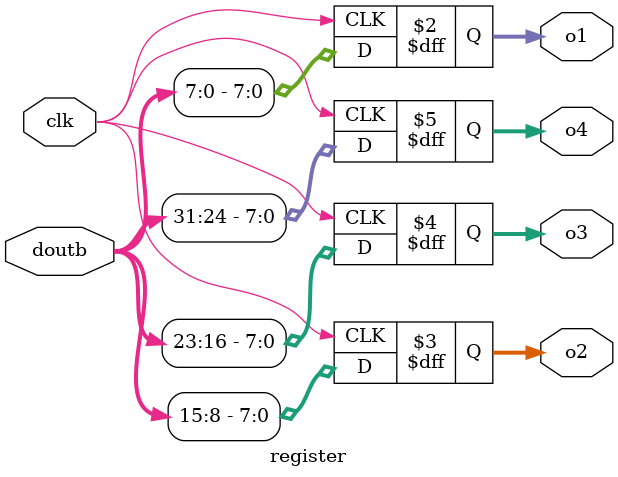
<source format=v>
`timescale 1ns / 1ps
module register(
input clk,
 input [31:0] doutb,
output reg [7:0] o1,o2,o3,o4
    );
always@(posedge clk )
begin    
o1<=doutb[7:0];
o2<=doutb[15:8];
o3<=doutb[23:16];
o4<=doutb[31:24];
end


endmodule




</source>
